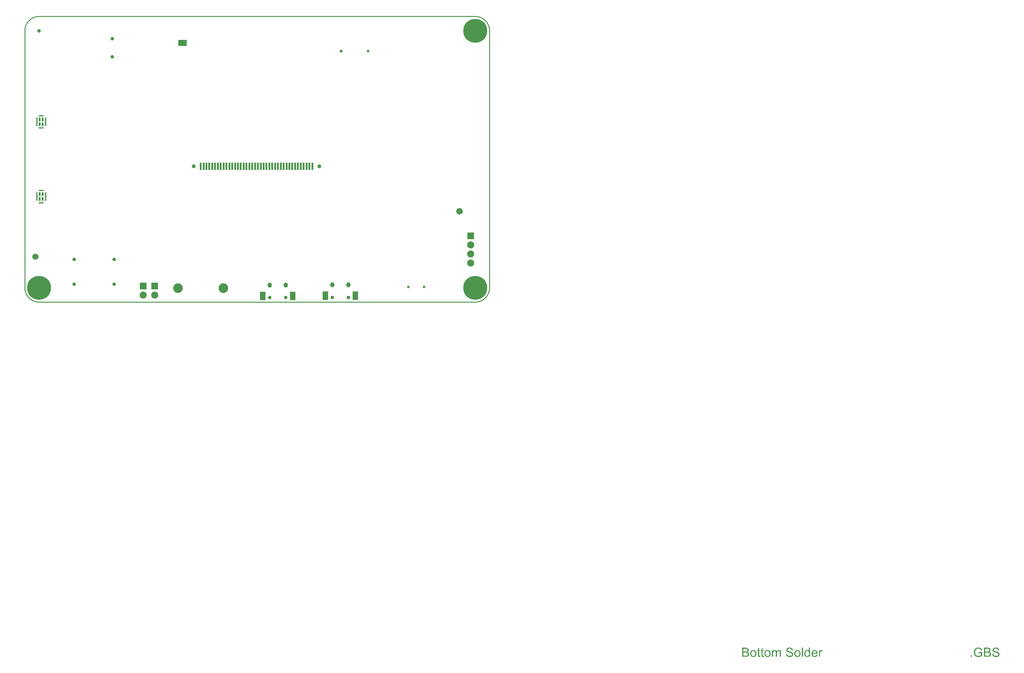
<source format=gbs>
G04*
G04 #@! TF.GenerationSoftware,Altium Limited,Altium Designer,19.0.13 (425)*
G04*
G04 Layer_Color=16711935*
%FSLAX43Y43*%
%MOMM*%
G71*
G01*
G75*
%ADD12C,0.250*%
%ADD96C,1.100*%
%ADD97C,0.703*%
%ADD98C,1.003*%
%ADD99O,1.203X1.403*%
%ADD100R,1.603X2.353*%
%ADD101C,1.830*%
%ADD102C,1.981*%
%ADD103R,1.981X1.981*%
%ADD104C,1.727*%
%ADD105C,2.703*%
%ADD106R,2.400X1.700*%
%ADD107C,0.800*%
%ADD108C,0.750*%
%ADD109C,6.703*%
%ADD210R,0.600X2.100*%
%ADD211R,0.450X2.400*%
%ADD212R,1.400X0.450*%
%ADD213R,0.500X1.050*%
G36*
X268677Y-109472D02*
X268703D01*
X268773Y-109479D01*
X268851Y-109490D01*
X268933Y-109509D01*
X269021Y-109531D01*
X269103Y-109560D01*
X269107D01*
X269114Y-109564D01*
X269125Y-109572D01*
X269140Y-109579D01*
X269177Y-109598D01*
X269225Y-109631D01*
X269281Y-109668D01*
X269336Y-109716D01*
X269388Y-109772D01*
X269436Y-109835D01*
Y-109838D01*
X269440Y-109842D01*
X269447Y-109853D01*
X269455Y-109864D01*
X269473Y-109901D01*
X269495Y-109949D01*
X269521Y-110009D01*
X269540Y-110079D01*
X269558Y-110153D01*
X269566Y-110234D01*
X269240Y-110260D01*
Y-110257D01*
Y-110249D01*
X269236Y-110238D01*
X269233Y-110220D01*
X269221Y-110179D01*
X269207Y-110123D01*
X269184Y-110064D01*
X269151Y-110005D01*
X269110Y-109949D01*
X269059Y-109897D01*
X269051Y-109894D01*
X269033Y-109879D01*
X268996Y-109857D01*
X268947Y-109835D01*
X268884Y-109812D01*
X268810Y-109790D01*
X268718Y-109775D01*
X268614Y-109772D01*
X268562D01*
X268540Y-109775D01*
X268510Y-109779D01*
X268444Y-109786D01*
X268370Y-109801D01*
X268296Y-109820D01*
X268225Y-109849D01*
X268196Y-109868D01*
X268166Y-109886D01*
X268159Y-109890D01*
X268144Y-109905D01*
X268122Y-109931D01*
X268099Y-109960D01*
X268073Y-110001D01*
X268051Y-110046D01*
X268036Y-110097D01*
X268029Y-110157D01*
Y-110164D01*
Y-110179D01*
X268033Y-110205D01*
X268040Y-110234D01*
X268051Y-110271D01*
X268070Y-110309D01*
X268092Y-110346D01*
X268125Y-110383D01*
X268129Y-110386D01*
X268147Y-110397D01*
X268162Y-110409D01*
X268177Y-110416D01*
X268199Y-110427D01*
X268225Y-110442D01*
X268259Y-110453D01*
X268296Y-110468D01*
X268336Y-110483D01*
X268384Y-110501D01*
X268436Y-110516D01*
X268496Y-110534D01*
X268562Y-110549D01*
X268636Y-110568D01*
X268640D01*
X268655Y-110571D01*
X268677Y-110575D01*
X268703Y-110583D01*
X268736Y-110590D01*
X268777Y-110601D01*
X268818Y-110612D01*
X268862Y-110623D01*
X268958Y-110649D01*
X269051Y-110675D01*
X269096Y-110690D01*
X269136Y-110705D01*
X269173Y-110716D01*
X269203Y-110731D01*
X269207D01*
X269214Y-110734D01*
X269225Y-110742D01*
X269240Y-110749D01*
X269281Y-110771D01*
X269329Y-110801D01*
X269384Y-110842D01*
X269440Y-110886D01*
X269492Y-110938D01*
X269536Y-110994D01*
X269540Y-111001D01*
X269555Y-111020D01*
X269570Y-111053D01*
X269592Y-111097D01*
X269610Y-111149D01*
X269629Y-111212D01*
X269640Y-111283D01*
X269644Y-111357D01*
Y-111360D01*
Y-111364D01*
Y-111375D01*
Y-111390D01*
X269636Y-111431D01*
X269629Y-111482D01*
X269614Y-111542D01*
X269595Y-111605D01*
X269566Y-111671D01*
X269525Y-111742D01*
Y-111745D01*
X269521Y-111749D01*
X269503Y-111771D01*
X269477Y-111805D01*
X269440Y-111842D01*
X269392Y-111886D01*
X269333Y-111934D01*
X269266Y-111979D01*
X269188Y-112019D01*
X269184D01*
X269177Y-112023D01*
X269166Y-112027D01*
X269151Y-112034D01*
X269129Y-112042D01*
X269103Y-112053D01*
X269044Y-112068D01*
X268973Y-112086D01*
X268888Y-112105D01*
X268796Y-112116D01*
X268696Y-112119D01*
X268636D01*
X268607Y-112116D01*
X268573D01*
X268536Y-112112D01*
X268492Y-112108D01*
X268399Y-112094D01*
X268303Y-112079D01*
X268207Y-112053D01*
X268114Y-112019D01*
X268110D01*
X268103Y-112016D01*
X268092Y-112008D01*
X268077Y-112001D01*
X268033Y-111979D01*
X267981Y-111945D01*
X267922Y-111901D01*
X267859Y-111849D01*
X267799Y-111786D01*
X267744Y-111716D01*
Y-111712D01*
X267736Y-111705D01*
X267733Y-111694D01*
X267722Y-111679D01*
X267714Y-111660D01*
X267703Y-111638D01*
X267677Y-111582D01*
X267651Y-111512D01*
X267629Y-111434D01*
X267614Y-111345D01*
X267607Y-111253D01*
X267925Y-111223D01*
Y-111227D01*
Y-111231D01*
X267929Y-111242D01*
Y-111257D01*
X267936Y-111290D01*
X267948Y-111338D01*
X267962Y-111386D01*
X267977Y-111442D01*
X268003Y-111494D01*
X268029Y-111542D01*
X268033Y-111545D01*
X268044Y-111560D01*
X268062Y-111586D01*
X268092Y-111612D01*
X268129Y-111645D01*
X268170Y-111679D01*
X268225Y-111712D01*
X268284Y-111742D01*
X268288D01*
X268292Y-111745D01*
X268303Y-111749D01*
X268314Y-111753D01*
X268351Y-111764D01*
X268399Y-111779D01*
X268459Y-111794D01*
X268525Y-111805D01*
X268599Y-111812D01*
X268681Y-111816D01*
X268714D01*
X268751Y-111812D01*
X268796Y-111808D01*
X268847Y-111801D01*
X268907Y-111794D01*
X268966Y-111779D01*
X269021Y-111760D01*
X269029Y-111757D01*
X269047Y-111749D01*
X269073Y-111734D01*
X269107Y-111719D01*
X269140Y-111694D01*
X269177Y-111668D01*
X269214Y-111638D01*
X269244Y-111601D01*
X269247Y-111597D01*
X269255Y-111582D01*
X269266Y-111564D01*
X269281Y-111534D01*
X269296Y-111505D01*
X269307Y-111468D01*
X269314Y-111427D01*
X269318Y-111382D01*
Y-111379D01*
Y-111360D01*
X269314Y-111338D01*
X269310Y-111308D01*
X269299Y-111279D01*
X269288Y-111242D01*
X269270Y-111205D01*
X269244Y-111171D01*
X269240Y-111168D01*
X269229Y-111157D01*
X269214Y-111142D01*
X269188Y-111120D01*
X269158Y-111097D01*
X269118Y-111071D01*
X269070Y-111046D01*
X269014Y-111023D01*
X269010Y-111020D01*
X268992Y-111016D01*
X268962Y-111005D01*
X268944Y-111001D01*
X268918Y-110994D01*
X268892Y-110983D01*
X268859Y-110975D01*
X268821Y-110964D01*
X268777Y-110953D01*
X268733Y-110942D01*
X268681Y-110927D01*
X268621Y-110912D01*
X268559Y-110897D01*
X268555D01*
X268544Y-110894D01*
X268525Y-110890D01*
X268503Y-110883D01*
X268473Y-110875D01*
X268440Y-110868D01*
X268366Y-110846D01*
X268284Y-110820D01*
X268199Y-110794D01*
X268125Y-110768D01*
X268092Y-110753D01*
X268062Y-110738D01*
X268059D01*
X268055Y-110734D01*
X268033Y-110720D01*
X267999Y-110701D01*
X267962Y-110671D01*
X267918Y-110638D01*
X267873Y-110597D01*
X267829Y-110549D01*
X267792Y-110497D01*
X267788Y-110490D01*
X267777Y-110471D01*
X267762Y-110442D01*
X267748Y-110405D01*
X267733Y-110357D01*
X267718Y-110301D01*
X267707Y-110242D01*
X267703Y-110179D01*
Y-110175D01*
Y-110172D01*
Y-110160D01*
Y-110146D01*
X267710Y-110109D01*
X267718Y-110060D01*
X267729Y-110005D01*
X267748Y-109942D01*
X267773Y-109879D01*
X267810Y-109816D01*
Y-109812D01*
X267814Y-109809D01*
X267833Y-109786D01*
X267859Y-109757D01*
X267892Y-109720D01*
X267936Y-109679D01*
X267992Y-109635D01*
X268059Y-109594D01*
X268133Y-109557D01*
X268136D01*
X268144Y-109553D01*
X268155Y-109549D01*
X268170Y-109542D01*
X268188Y-109535D01*
X268214Y-109527D01*
X268270Y-109512D01*
X268340Y-109498D01*
X268422Y-109483D01*
X268507Y-109472D01*
X268603Y-109468D01*
X268651D01*
X268677Y-109472D01*
D02*
G37*
G36*
X263811D02*
X263841D01*
X263911Y-109479D01*
X263989Y-109490D01*
X264070Y-109509D01*
X264159Y-109531D01*
X264244Y-109560D01*
X264248D01*
X264255Y-109564D01*
X264266Y-109568D01*
X264281Y-109575D01*
X264322Y-109598D01*
X264374Y-109623D01*
X264429Y-109660D01*
X264489Y-109705D01*
X264544Y-109753D01*
X264596Y-109812D01*
X264603Y-109820D01*
X264618Y-109842D01*
X264640Y-109875D01*
X264670Y-109923D01*
X264700Y-109983D01*
X264733Y-110057D01*
X264766Y-110138D01*
X264792Y-110231D01*
X264485Y-110312D01*
Y-110309D01*
X264481Y-110305D01*
X264477Y-110294D01*
X264474Y-110279D01*
X264463Y-110246D01*
X264448Y-110201D01*
X264426Y-110149D01*
X264400Y-110101D01*
X264374Y-110049D01*
X264340Y-110005D01*
X264337Y-110001D01*
X264326Y-109986D01*
X264303Y-109968D01*
X264277Y-109942D01*
X264244Y-109912D01*
X264200Y-109883D01*
X264152Y-109853D01*
X264096Y-109827D01*
X264089Y-109823D01*
X264070Y-109816D01*
X264037Y-109805D01*
X263992Y-109790D01*
X263941Y-109779D01*
X263881Y-109768D01*
X263815Y-109760D01*
X263744Y-109757D01*
X263703D01*
X263685Y-109760D01*
X263663D01*
X263607Y-109764D01*
X263544Y-109775D01*
X263474Y-109786D01*
X263407Y-109805D01*
X263341Y-109831D01*
X263333Y-109835D01*
X263311Y-109842D01*
X263281Y-109860D01*
X263244Y-109879D01*
X263200Y-109909D01*
X263152Y-109938D01*
X263107Y-109975D01*
X263067Y-110016D01*
X263063Y-110020D01*
X263048Y-110034D01*
X263029Y-110060D01*
X263007Y-110090D01*
X262981Y-110127D01*
X262955Y-110172D01*
X262930Y-110220D01*
X262904Y-110271D01*
Y-110275D01*
X262900Y-110283D01*
X262896Y-110294D01*
X262889Y-110312D01*
X262881Y-110334D01*
X262874Y-110360D01*
X262863Y-110390D01*
X262855Y-110423D01*
X262837Y-110501D01*
X262822Y-110590D01*
X262811Y-110683D01*
X262807Y-110786D01*
Y-110790D01*
Y-110801D01*
Y-110820D01*
X262811Y-110842D01*
Y-110871D01*
X262815Y-110908D01*
X262818Y-110946D01*
X262822Y-110986D01*
X262837Y-111079D01*
X262855Y-111175D01*
X262885Y-111271D01*
X262922Y-111364D01*
Y-111368D01*
X262930Y-111375D01*
X262933Y-111386D01*
X262944Y-111401D01*
X262970Y-111442D01*
X263011Y-111494D01*
X263059Y-111549D01*
X263118Y-111605D01*
X263189Y-111657D01*
X263267Y-111705D01*
X263270D01*
X263278Y-111708D01*
X263289Y-111716D01*
X263307Y-111723D01*
X263326Y-111731D01*
X263352Y-111738D01*
X263411Y-111760D01*
X263485Y-111779D01*
X263566Y-111797D01*
X263655Y-111812D01*
X263748Y-111816D01*
X263785D01*
X263807Y-111812D01*
X263829D01*
X263885Y-111805D01*
X263952Y-111797D01*
X264022Y-111782D01*
X264100Y-111760D01*
X264178Y-111734D01*
X264181D01*
X264189Y-111731D01*
X264196Y-111727D01*
X264211Y-111719D01*
X264252Y-111701D01*
X264296Y-111679D01*
X264348Y-111653D01*
X264403Y-111623D01*
X264455Y-111590D01*
X264500Y-111553D01*
Y-111071D01*
X263744D01*
Y-110768D01*
X264833D01*
Y-111719D01*
X264829Y-111723D01*
X264822Y-111727D01*
X264807Y-111738D01*
X264789Y-111753D01*
X264766Y-111768D01*
X264740Y-111786D01*
X264707Y-111808D01*
X264674Y-111831D01*
X264596Y-111879D01*
X264507Y-111931D01*
X264415Y-111979D01*
X264315Y-112019D01*
X264311D01*
X264303Y-112023D01*
X264289Y-112027D01*
X264270Y-112034D01*
X264244Y-112042D01*
X264215Y-112053D01*
X264181Y-112060D01*
X264148Y-112068D01*
X264066Y-112086D01*
X263974Y-112105D01*
X263874Y-112116D01*
X263770Y-112119D01*
X263733D01*
X263707Y-112116D01*
X263674D01*
X263633Y-112112D01*
X263589Y-112105D01*
X263541Y-112101D01*
X263433Y-112079D01*
X263318Y-112053D01*
X263200Y-112012D01*
X263141Y-111990D01*
X263081Y-111960D01*
X263078Y-111957D01*
X263067Y-111953D01*
X263052Y-111942D01*
X263029Y-111931D01*
X263004Y-111912D01*
X262978Y-111894D01*
X262907Y-111842D01*
X262833Y-111775D01*
X262755Y-111694D01*
X262681Y-111601D01*
X262615Y-111494D01*
Y-111490D01*
X262607Y-111479D01*
X262600Y-111464D01*
X262589Y-111438D01*
X262578Y-111412D01*
X262567Y-111375D01*
X262552Y-111338D01*
X262537Y-111294D01*
X262522Y-111245D01*
X262507Y-111190D01*
X262496Y-111134D01*
X262485Y-111075D01*
X262467Y-110946D01*
X262459Y-110808D01*
Y-110805D01*
Y-110790D01*
Y-110771D01*
X262463Y-110746D01*
Y-110712D01*
X262467Y-110671D01*
X262474Y-110631D01*
X262478Y-110583D01*
X262489Y-110531D01*
X262496Y-110475D01*
X262526Y-110357D01*
X262563Y-110234D01*
X262615Y-110112D01*
X262618Y-110109D01*
X262622Y-110097D01*
X262630Y-110083D01*
X262644Y-110060D01*
X262659Y-110031D01*
X262678Y-110001D01*
X262730Y-109931D01*
X262792Y-109849D01*
X262870Y-109772D01*
X262959Y-109694D01*
X263011Y-109660D01*
X263063Y-109627D01*
X263067Y-109623D01*
X263078Y-109620D01*
X263092Y-109612D01*
X263115Y-109601D01*
X263144Y-109590D01*
X263178Y-109575D01*
X263215Y-109560D01*
X263259Y-109546D01*
X263307Y-109531D01*
X263359Y-109520D01*
X263415Y-109505D01*
X263474Y-109494D01*
X263603Y-109475D01*
X263670Y-109468D01*
X263789D01*
X263811Y-109472D01*
D02*
G37*
G36*
X266351Y-109516D02*
X266381D01*
X266448Y-109523D01*
X266522Y-109531D01*
X266599Y-109546D01*
X266677Y-109564D01*
X266748Y-109590D01*
X266751D01*
X266755Y-109594D01*
X266777Y-109605D01*
X266811Y-109623D01*
X266848Y-109649D01*
X266892Y-109683D01*
X266940Y-109723D01*
X266985Y-109775D01*
X267025Y-109831D01*
X267029Y-109838D01*
X267040Y-109860D01*
X267059Y-109890D01*
X267077Y-109935D01*
X267096Y-109986D01*
X267114Y-110042D01*
X267125Y-110105D01*
X267129Y-110168D01*
Y-110175D01*
Y-110194D01*
X267125Y-110227D01*
X267118Y-110268D01*
X267107Y-110316D01*
X267088Y-110368D01*
X267066Y-110420D01*
X267036Y-110475D01*
X267033Y-110483D01*
X267022Y-110497D01*
X266999Y-110527D01*
X266970Y-110557D01*
X266933Y-110594D01*
X266888Y-110634D01*
X266833Y-110671D01*
X266770Y-110708D01*
X266774D01*
X266781Y-110712D01*
X266792Y-110716D01*
X266807Y-110723D01*
X266851Y-110738D01*
X266903Y-110764D01*
X266959Y-110797D01*
X267022Y-110838D01*
X267077Y-110886D01*
X267129Y-110946D01*
X267133Y-110953D01*
X267148Y-110975D01*
X267170Y-111008D01*
X267192Y-111053D01*
X267214Y-111112D01*
X267236Y-111175D01*
X267251Y-111249D01*
X267255Y-111331D01*
Y-111334D01*
Y-111338D01*
Y-111360D01*
X267251Y-111397D01*
X267244Y-111442D01*
X267236Y-111494D01*
X267222Y-111549D01*
X267203Y-111608D01*
X267177Y-111668D01*
X267173Y-111675D01*
X267162Y-111694D01*
X267148Y-111719D01*
X267125Y-111757D01*
X267096Y-111794D01*
X267066Y-111834D01*
X267029Y-111875D01*
X266988Y-111908D01*
X266985Y-111912D01*
X266970Y-111923D01*
X266944Y-111938D01*
X266911Y-111953D01*
X266870Y-111975D01*
X266822Y-111997D01*
X266770Y-112016D01*
X266707Y-112034D01*
X266699D01*
X266677Y-112042D01*
X266640Y-112045D01*
X266592Y-112053D01*
X266533Y-112060D01*
X266462Y-112068D01*
X266385Y-112071D01*
X266296Y-112075D01*
X265318D01*
Y-109512D01*
X266325D01*
X266351Y-109516D01*
D02*
G37*
G36*
X261959Y-112075D02*
X261600D01*
Y-111716D01*
X261959D01*
Y-112075D01*
D02*
G37*
G36*
X210967Y-109472D02*
X210993D01*
X211064Y-109479D01*
X211141Y-109490D01*
X211223Y-109509D01*
X211312Y-109531D01*
X211393Y-109560D01*
X211397D01*
X211404Y-109564D01*
X211415Y-109572D01*
X211430Y-109579D01*
X211467Y-109598D01*
X211515Y-109631D01*
X211571Y-109668D01*
X211626Y-109716D01*
X211678Y-109772D01*
X211726Y-109835D01*
Y-109838D01*
X211730Y-109842D01*
X211738Y-109853D01*
X211745Y-109864D01*
X211763Y-109901D01*
X211786Y-109949D01*
X211812Y-110009D01*
X211830Y-110079D01*
X211849Y-110153D01*
X211856Y-110234D01*
X211530Y-110260D01*
Y-110257D01*
Y-110249D01*
X211526Y-110238D01*
X211523Y-110220D01*
X211512Y-110179D01*
X211497Y-110123D01*
X211475Y-110064D01*
X211441Y-110005D01*
X211401Y-109949D01*
X211349Y-109897D01*
X211341Y-109894D01*
X211323Y-109879D01*
X211286Y-109857D01*
X211238Y-109835D01*
X211175Y-109812D01*
X211101Y-109790D01*
X211008Y-109775D01*
X210904Y-109772D01*
X210852D01*
X210830Y-109775D01*
X210801Y-109779D01*
X210734Y-109786D01*
X210660Y-109801D01*
X210586Y-109820D01*
X210515Y-109849D01*
X210486Y-109868D01*
X210456Y-109886D01*
X210449Y-109890D01*
X210434Y-109905D01*
X210412Y-109931D01*
X210390Y-109960D01*
X210364Y-110001D01*
X210341Y-110046D01*
X210327Y-110097D01*
X210319Y-110157D01*
Y-110164D01*
Y-110179D01*
X210323Y-110205D01*
X210330Y-110234D01*
X210341Y-110271D01*
X210360Y-110309D01*
X210382Y-110346D01*
X210415Y-110383D01*
X210419Y-110386D01*
X210438Y-110397D01*
X210452Y-110409D01*
X210467Y-110416D01*
X210490Y-110427D01*
X210515Y-110442D01*
X210549Y-110453D01*
X210586Y-110468D01*
X210627Y-110483D01*
X210675Y-110501D01*
X210727Y-110516D01*
X210786Y-110534D01*
X210852Y-110549D01*
X210927Y-110568D01*
X210930D01*
X210945Y-110571D01*
X210967Y-110575D01*
X210993Y-110583D01*
X211027Y-110590D01*
X211067Y-110601D01*
X211108Y-110612D01*
X211152Y-110623D01*
X211249Y-110649D01*
X211341Y-110675D01*
X211386Y-110690D01*
X211426Y-110705D01*
X211464Y-110716D01*
X211493Y-110731D01*
X211497D01*
X211504Y-110734D01*
X211515Y-110742D01*
X211530Y-110749D01*
X211571Y-110771D01*
X211619Y-110801D01*
X211675Y-110842D01*
X211730Y-110886D01*
X211782Y-110938D01*
X211826Y-110994D01*
X211830Y-111001D01*
X211845Y-111020D01*
X211860Y-111053D01*
X211882Y-111097D01*
X211900Y-111149D01*
X211919Y-111212D01*
X211930Y-111283D01*
X211934Y-111357D01*
Y-111360D01*
Y-111364D01*
Y-111375D01*
Y-111390D01*
X211926Y-111431D01*
X211919Y-111482D01*
X211904Y-111542D01*
X211886Y-111605D01*
X211856Y-111671D01*
X211815Y-111742D01*
Y-111745D01*
X211812Y-111749D01*
X211793Y-111771D01*
X211767Y-111805D01*
X211730Y-111842D01*
X211682Y-111886D01*
X211623Y-111934D01*
X211556Y-111979D01*
X211478Y-112019D01*
X211475D01*
X211467Y-112023D01*
X211456Y-112027D01*
X211441Y-112034D01*
X211419Y-112042D01*
X211393Y-112053D01*
X211334Y-112068D01*
X211264Y-112086D01*
X211178Y-112105D01*
X211086Y-112116D01*
X210986Y-112119D01*
X210927D01*
X210897Y-112116D01*
X210864D01*
X210827Y-112112D01*
X210782Y-112108D01*
X210690Y-112094D01*
X210593Y-112079D01*
X210497Y-112053D01*
X210404Y-112019D01*
X210401D01*
X210393Y-112016D01*
X210382Y-112008D01*
X210367Y-112001D01*
X210323Y-111979D01*
X210271Y-111945D01*
X210212Y-111901D01*
X210149Y-111849D01*
X210090Y-111786D01*
X210034Y-111716D01*
Y-111712D01*
X210027Y-111705D01*
X210023Y-111694D01*
X210012Y-111679D01*
X210004Y-111660D01*
X209993Y-111638D01*
X209967Y-111582D01*
X209941Y-111512D01*
X209919Y-111434D01*
X209904Y-111345D01*
X209897Y-111253D01*
X210215Y-111223D01*
Y-111227D01*
Y-111231D01*
X210219Y-111242D01*
Y-111257D01*
X210227Y-111290D01*
X210238Y-111338D01*
X210253Y-111386D01*
X210267Y-111442D01*
X210293Y-111494D01*
X210319Y-111542D01*
X210323Y-111545D01*
X210334Y-111560D01*
X210353Y-111586D01*
X210382Y-111612D01*
X210419Y-111645D01*
X210460Y-111679D01*
X210515Y-111712D01*
X210575Y-111742D01*
X210578D01*
X210582Y-111745D01*
X210593Y-111749D01*
X210604Y-111753D01*
X210641Y-111764D01*
X210690Y-111779D01*
X210749Y-111794D01*
X210815Y-111805D01*
X210889Y-111812D01*
X210971Y-111816D01*
X211004D01*
X211041Y-111812D01*
X211086Y-111808D01*
X211138Y-111801D01*
X211197Y-111794D01*
X211256Y-111779D01*
X211312Y-111760D01*
X211319Y-111757D01*
X211338Y-111749D01*
X211364Y-111734D01*
X211397Y-111719D01*
X211430Y-111694D01*
X211467Y-111668D01*
X211504Y-111638D01*
X211534Y-111601D01*
X211538Y-111597D01*
X211545Y-111582D01*
X211556Y-111564D01*
X211571Y-111534D01*
X211586Y-111505D01*
X211597Y-111468D01*
X211604Y-111427D01*
X211608Y-111382D01*
Y-111379D01*
Y-111360D01*
X211604Y-111338D01*
X211601Y-111308D01*
X211589Y-111279D01*
X211578Y-111242D01*
X211560Y-111205D01*
X211534Y-111171D01*
X211530Y-111168D01*
X211519Y-111157D01*
X211504Y-111142D01*
X211478Y-111120D01*
X211449Y-111097D01*
X211408Y-111071D01*
X211360Y-111046D01*
X211304Y-111023D01*
X211301Y-111020D01*
X211282Y-111016D01*
X211252Y-111005D01*
X211234Y-111001D01*
X211208Y-110994D01*
X211182Y-110983D01*
X211149Y-110975D01*
X211112Y-110964D01*
X211067Y-110953D01*
X211023Y-110942D01*
X210971Y-110927D01*
X210912Y-110912D01*
X210849Y-110897D01*
X210845D01*
X210834Y-110894D01*
X210815Y-110890D01*
X210793Y-110883D01*
X210764Y-110875D01*
X210730Y-110868D01*
X210656Y-110846D01*
X210575Y-110820D01*
X210490Y-110794D01*
X210415Y-110768D01*
X210382Y-110753D01*
X210353Y-110738D01*
X210349D01*
X210345Y-110734D01*
X210323Y-110720D01*
X210290Y-110701D01*
X210253Y-110671D01*
X210208Y-110638D01*
X210164Y-110597D01*
X210119Y-110549D01*
X210082Y-110497D01*
X210078Y-110490D01*
X210067Y-110471D01*
X210053Y-110442D01*
X210038Y-110405D01*
X210023Y-110357D01*
X210008Y-110301D01*
X209997Y-110242D01*
X209993Y-110179D01*
Y-110175D01*
Y-110172D01*
Y-110160D01*
Y-110146D01*
X210001Y-110109D01*
X210008Y-110060D01*
X210019Y-110005D01*
X210038Y-109942D01*
X210064Y-109879D01*
X210101Y-109816D01*
Y-109812D01*
X210104Y-109809D01*
X210123Y-109786D01*
X210149Y-109757D01*
X210182Y-109720D01*
X210227Y-109679D01*
X210282Y-109635D01*
X210349Y-109594D01*
X210423Y-109557D01*
X210427D01*
X210434Y-109553D01*
X210445Y-109549D01*
X210460Y-109542D01*
X210478Y-109535D01*
X210504Y-109527D01*
X210560Y-109512D01*
X210630Y-109498D01*
X210712Y-109483D01*
X210797Y-109472D01*
X210893Y-109468D01*
X210941D01*
X210967Y-109472D01*
D02*
G37*
G36*
X216641Y-112075D02*
X216348D01*
Y-111842D01*
X216344Y-111845D01*
X216341Y-111853D01*
X216330Y-111868D01*
X216315Y-111886D01*
X216296Y-111905D01*
X216274Y-111927D01*
X216248Y-111953D01*
X216215Y-111979D01*
X216182Y-112005D01*
X216145Y-112031D01*
X216100Y-112053D01*
X216052Y-112071D01*
X216004Y-112090D01*
X215948Y-112105D01*
X215889Y-112112D01*
X215826Y-112116D01*
X215804D01*
X215789Y-112112D01*
X215745Y-112108D01*
X215693Y-112101D01*
X215630Y-112086D01*
X215559Y-112064D01*
X215489Y-112034D01*
X215419Y-111994D01*
X215415D01*
X215411Y-111986D01*
X215389Y-111971D01*
X215356Y-111942D01*
X215315Y-111905D01*
X215267Y-111857D01*
X215219Y-111797D01*
X215171Y-111731D01*
X215130Y-111653D01*
Y-111649D01*
X215126Y-111642D01*
X215122Y-111631D01*
X215115Y-111616D01*
X215108Y-111594D01*
X215096Y-111568D01*
X215089Y-111542D01*
X215082Y-111508D01*
X215063Y-111434D01*
X215045Y-111349D01*
X215033Y-111253D01*
X215030Y-111149D01*
Y-111145D01*
Y-111138D01*
Y-111123D01*
Y-111101D01*
X215033Y-111079D01*
Y-111049D01*
X215041Y-110983D01*
X215052Y-110905D01*
X215071Y-110820D01*
X215093Y-110731D01*
X215122Y-110646D01*
Y-110642D01*
X215126Y-110634D01*
X215133Y-110623D01*
X215141Y-110608D01*
X215163Y-110568D01*
X215193Y-110516D01*
X215230Y-110460D01*
X215278Y-110405D01*
X215333Y-110346D01*
X215400Y-110297D01*
X215404D01*
X215408Y-110294D01*
X215419Y-110286D01*
X215433Y-110279D01*
X215470Y-110260D01*
X215522Y-110234D01*
X215582Y-110212D01*
X215652Y-110194D01*
X215730Y-110179D01*
X215811Y-110175D01*
X215841D01*
X215870Y-110179D01*
X215911Y-110183D01*
X215959Y-110194D01*
X216011Y-110205D01*
X216063Y-110223D01*
X216111Y-110249D01*
X216119Y-110253D01*
X216133Y-110260D01*
X216156Y-110279D01*
X216185Y-110297D01*
X216222Y-110323D01*
X216256Y-110357D01*
X216293Y-110390D01*
X216326Y-110431D01*
Y-109512D01*
X216641D01*
Y-112075D01*
D02*
G37*
G36*
X219874Y-110179D02*
X219914Y-110186D01*
X219963Y-110201D01*
X220014Y-110220D01*
X220074Y-110246D01*
X220137Y-110279D01*
X220022Y-110568D01*
X220018Y-110564D01*
X220003Y-110557D01*
X219981Y-110546D01*
X219952Y-110534D01*
X219918Y-110523D01*
X219877Y-110512D01*
X219837Y-110505D01*
X219796Y-110501D01*
X219777D01*
X219759Y-110505D01*
X219733Y-110509D01*
X219707Y-110516D01*
X219674Y-110527D01*
X219640Y-110542D01*
X219611Y-110564D01*
X219607Y-110568D01*
X219596Y-110575D01*
X219585Y-110590D01*
X219566Y-110608D01*
X219548Y-110634D01*
X219529Y-110664D01*
X219511Y-110697D01*
X219496Y-110738D01*
X219492Y-110746D01*
X219489Y-110768D01*
X219481Y-110801D01*
X219470Y-110846D01*
X219459Y-110901D01*
X219452Y-110964D01*
X219448Y-111031D01*
X219444Y-111105D01*
Y-112075D01*
X219129D01*
Y-110216D01*
X219415D01*
Y-110497D01*
X219418Y-110494D01*
X219433Y-110468D01*
X219452Y-110434D01*
X219481Y-110394D01*
X219511Y-110353D01*
X219544Y-110309D01*
X219577Y-110271D01*
X219611Y-110242D01*
X219615Y-110238D01*
X219626Y-110231D01*
X219648Y-110220D01*
X219670Y-110209D01*
X219700Y-110197D01*
X219737Y-110186D01*
X219774Y-110179D01*
X219814Y-110175D01*
X219840D01*
X219874Y-110179D01*
D02*
G37*
G36*
X207979D02*
X208005D01*
X208031Y-110183D01*
X208093Y-110194D01*
X208160Y-110212D01*
X208230Y-110242D01*
X208301Y-110279D01*
X208360Y-110331D01*
X208368Y-110338D01*
X208382Y-110360D01*
X208408Y-110394D01*
X208419Y-110420D01*
X208434Y-110446D01*
X208449Y-110479D01*
X208460Y-110512D01*
X208475Y-110549D01*
X208486Y-110594D01*
X208493Y-110638D01*
X208501Y-110690D01*
X208508Y-110742D01*
Y-110801D01*
Y-112075D01*
X208193D01*
Y-110908D01*
Y-110905D01*
Y-110901D01*
Y-110879D01*
Y-110846D01*
X208190Y-110805D01*
X208186Y-110760D01*
X208182Y-110716D01*
X208175Y-110671D01*
X208164Y-110638D01*
Y-110634D01*
X208156Y-110623D01*
X208149Y-110608D01*
X208138Y-110590D01*
X208123Y-110568D01*
X208105Y-110546D01*
X208082Y-110523D01*
X208053Y-110501D01*
X208049Y-110497D01*
X208038Y-110494D01*
X208023Y-110486D01*
X207997Y-110475D01*
X207971Y-110464D01*
X207938Y-110457D01*
X207905Y-110453D01*
X207864Y-110449D01*
X207845D01*
X207831Y-110453D01*
X207794Y-110457D01*
X207749Y-110464D01*
X207697Y-110483D01*
X207642Y-110505D01*
X207586Y-110538D01*
X207534Y-110583D01*
X207531Y-110590D01*
X207516Y-110608D01*
X207494Y-110638D01*
X207471Y-110683D01*
X207445Y-110742D01*
X207427Y-110812D01*
X207412Y-110897D01*
X207405Y-110997D01*
Y-112075D01*
X207090D01*
Y-110871D01*
Y-110868D01*
Y-110860D01*
Y-110853D01*
Y-110838D01*
X207086Y-110797D01*
X207079Y-110753D01*
X207071Y-110701D01*
X207057Y-110649D01*
X207038Y-110601D01*
X207012Y-110557D01*
X207008Y-110553D01*
X206997Y-110538D01*
X206979Y-110523D01*
X206953Y-110501D01*
X206920Y-110483D01*
X206875Y-110464D01*
X206823Y-110453D01*
X206760Y-110449D01*
X206738D01*
X206712Y-110453D01*
X206683Y-110457D01*
X206645Y-110468D01*
X206601Y-110479D01*
X206560Y-110497D01*
X206516Y-110520D01*
X206512Y-110523D01*
X206497Y-110534D01*
X206479Y-110549D01*
X206453Y-110571D01*
X206427Y-110601D01*
X206401Y-110638D01*
X206375Y-110679D01*
X206353Y-110727D01*
X206349Y-110734D01*
X206346Y-110753D01*
X206338Y-110783D01*
X206327Y-110823D01*
X206316Y-110879D01*
X206308Y-110946D01*
X206305Y-111023D01*
X206301Y-111112D01*
Y-112075D01*
X205986D01*
Y-110216D01*
X206268D01*
Y-110483D01*
X206271Y-110475D01*
X206283Y-110460D01*
X206305Y-110434D01*
X206331Y-110405D01*
X206364Y-110368D01*
X206405Y-110331D01*
X206449Y-110294D01*
X206501Y-110260D01*
X206508Y-110257D01*
X206527Y-110246D01*
X206557Y-110234D01*
X206597Y-110216D01*
X206645Y-110201D01*
X206701Y-110190D01*
X206764Y-110179D01*
X206831Y-110175D01*
X206864D01*
X206905Y-110179D01*
X206949Y-110186D01*
X207005Y-110197D01*
X207060Y-110212D01*
X207116Y-110234D01*
X207168Y-110264D01*
X207175Y-110268D01*
X207190Y-110279D01*
X207212Y-110297D01*
X207242Y-110327D01*
X207271Y-110360D01*
X207305Y-110401D01*
X207334Y-110449D01*
X207357Y-110505D01*
X207360Y-110501D01*
X207368Y-110490D01*
X207379Y-110475D01*
X207397Y-110453D01*
X207419Y-110427D01*
X207445Y-110401D01*
X207475Y-110371D01*
X207512Y-110338D01*
X207553Y-110309D01*
X207594Y-110279D01*
X207642Y-110253D01*
X207694Y-110227D01*
X207749Y-110205D01*
X207808Y-110190D01*
X207868Y-110179D01*
X207934Y-110175D01*
X207960D01*
X207979Y-110179D01*
D02*
G37*
G36*
X214659Y-112075D02*
X214345D01*
Y-109512D01*
X214659D01*
Y-112075D01*
D02*
G37*
G36*
X198683Y-109516D02*
X198713D01*
X198780Y-109523D01*
X198854Y-109531D01*
X198931Y-109546D01*
X199009Y-109564D01*
X199080Y-109590D01*
X199083D01*
X199087Y-109594D01*
X199109Y-109605D01*
X199143Y-109623D01*
X199180Y-109649D01*
X199224Y-109683D01*
X199272Y-109723D01*
X199317Y-109775D01*
X199357Y-109831D01*
X199361Y-109838D01*
X199372Y-109860D01*
X199391Y-109890D01*
X199409Y-109935D01*
X199428Y-109986D01*
X199446Y-110042D01*
X199457Y-110105D01*
X199461Y-110168D01*
Y-110175D01*
Y-110194D01*
X199457Y-110227D01*
X199450Y-110268D01*
X199439Y-110316D01*
X199420Y-110368D01*
X199398Y-110420D01*
X199368Y-110475D01*
X199365Y-110483D01*
X199354Y-110497D01*
X199331Y-110527D01*
X199302Y-110557D01*
X199265Y-110594D01*
X199220Y-110634D01*
X199165Y-110671D01*
X199102Y-110708D01*
X199106D01*
X199113Y-110712D01*
X199124Y-110716D01*
X199139Y-110723D01*
X199183Y-110738D01*
X199235Y-110764D01*
X199291Y-110797D01*
X199354Y-110838D01*
X199409Y-110886D01*
X199461Y-110946D01*
X199465Y-110953D01*
X199480Y-110975D01*
X199502Y-111008D01*
X199524Y-111053D01*
X199546Y-111112D01*
X199568Y-111175D01*
X199583Y-111249D01*
X199587Y-111331D01*
Y-111334D01*
Y-111338D01*
Y-111360D01*
X199583Y-111397D01*
X199576Y-111442D01*
X199568Y-111494D01*
X199554Y-111549D01*
X199535Y-111608D01*
X199509Y-111668D01*
X199505Y-111675D01*
X199494Y-111694D01*
X199480Y-111719D01*
X199457Y-111757D01*
X199428Y-111794D01*
X199398Y-111834D01*
X199361Y-111875D01*
X199320Y-111908D01*
X199317Y-111912D01*
X199302Y-111923D01*
X199276Y-111938D01*
X199243Y-111953D01*
X199202Y-111975D01*
X199154Y-111997D01*
X199102Y-112016D01*
X199039Y-112034D01*
X199031D01*
X199009Y-112042D01*
X198972Y-112045D01*
X198924Y-112053D01*
X198865Y-112060D01*
X198794Y-112068D01*
X198717Y-112071D01*
X198628Y-112075D01*
X197650D01*
Y-109512D01*
X198657D01*
X198683Y-109516D01*
D02*
G37*
G36*
X203368Y-110216D02*
X203687D01*
Y-110460D01*
X203368D01*
Y-111553D01*
Y-111560D01*
Y-111575D01*
Y-111597D01*
X203372Y-111623D01*
X203375Y-111682D01*
X203379Y-111708D01*
X203383Y-111727D01*
X203387Y-111734D01*
X203398Y-111749D01*
X203412Y-111768D01*
X203438Y-111786D01*
X203446Y-111790D01*
X203464Y-111797D01*
X203498Y-111805D01*
X203546Y-111808D01*
X203583D01*
X203601Y-111805D01*
X203627D01*
X203657Y-111801D01*
X203687Y-111797D01*
X203727Y-112075D01*
X203720D01*
X203705Y-112079D01*
X203679Y-112082D01*
X203646Y-112086D01*
X203609Y-112094D01*
X203568Y-112097D01*
X203487Y-112101D01*
X203457D01*
X203427Y-112097D01*
X203390Y-112094D01*
X203346Y-112090D01*
X203301Y-112079D01*
X203261Y-112068D01*
X203220Y-112049D01*
X203216Y-112045D01*
X203205Y-112038D01*
X203190Y-112027D01*
X203168Y-112008D01*
X203150Y-111990D01*
X203127Y-111964D01*
X203105Y-111938D01*
X203090Y-111905D01*
Y-111901D01*
X203083Y-111886D01*
X203079Y-111860D01*
X203072Y-111823D01*
X203064Y-111775D01*
X203061Y-111745D01*
Y-111712D01*
X203057Y-111671D01*
X203053Y-111631D01*
Y-111586D01*
Y-111534D01*
Y-110460D01*
X202820D01*
Y-110216D01*
X203053D01*
Y-109757D01*
X203368Y-109568D01*
Y-110216D01*
D02*
G37*
G36*
X202372D02*
X202690D01*
Y-110460D01*
X202372D01*
Y-111553D01*
Y-111560D01*
Y-111575D01*
Y-111597D01*
X202376Y-111623D01*
X202379Y-111682D01*
X202383Y-111708D01*
X202387Y-111727D01*
X202390Y-111734D01*
X202401Y-111749D01*
X202416Y-111768D01*
X202442Y-111786D01*
X202450Y-111790D01*
X202468Y-111797D01*
X202501Y-111805D01*
X202550Y-111808D01*
X202587D01*
X202605Y-111805D01*
X202631D01*
X202661Y-111801D01*
X202690Y-111797D01*
X202731Y-112075D01*
X202724D01*
X202709Y-112079D01*
X202683Y-112082D01*
X202650Y-112086D01*
X202613Y-112094D01*
X202572Y-112097D01*
X202490Y-112101D01*
X202461D01*
X202431Y-112097D01*
X202394Y-112094D01*
X202350Y-112090D01*
X202305Y-112079D01*
X202264Y-112068D01*
X202224Y-112049D01*
X202220Y-112045D01*
X202209Y-112038D01*
X202194Y-112027D01*
X202172Y-112008D01*
X202153Y-111990D01*
X202131Y-111964D01*
X202109Y-111938D01*
X202094Y-111905D01*
Y-111901D01*
X202087Y-111886D01*
X202083Y-111860D01*
X202076Y-111823D01*
X202068Y-111775D01*
X202064Y-111745D01*
Y-111712D01*
X202061Y-111671D01*
X202057Y-111631D01*
Y-111586D01*
Y-111534D01*
Y-110460D01*
X201824D01*
Y-110216D01*
X202057D01*
Y-109757D01*
X202372Y-109568D01*
Y-110216D01*
D02*
G37*
G36*
X217963Y-110179D02*
X217992Y-110183D01*
X218029Y-110190D01*
X218070Y-110197D01*
X218118Y-110209D01*
X218163Y-110220D01*
X218215Y-110238D01*
X218263Y-110257D01*
X218315Y-110283D01*
X218366Y-110312D01*
X218418Y-110346D01*
X218466Y-110386D01*
X218511Y-110431D01*
X218515Y-110434D01*
X218522Y-110442D01*
X218533Y-110457D01*
X218548Y-110479D01*
X218566Y-110505D01*
X218585Y-110534D01*
X218607Y-110571D01*
X218629Y-110616D01*
X218652Y-110664D01*
X218674Y-110716D01*
X218692Y-110775D01*
X218711Y-110838D01*
X218726Y-110908D01*
X218737Y-110983D01*
X218744Y-111060D01*
X218748Y-111145D01*
Y-111149D01*
Y-111164D01*
Y-111190D01*
X218744Y-111227D01*
X217355D01*
Y-111231D01*
Y-111242D01*
X217359Y-111257D01*
Y-111279D01*
X217363Y-111305D01*
X217370Y-111334D01*
X217381Y-111401D01*
X217404Y-111475D01*
X217433Y-111557D01*
X217474Y-111631D01*
X217526Y-111697D01*
X217530D01*
X217533Y-111705D01*
X217555Y-111723D01*
X217589Y-111749D01*
X217633Y-111775D01*
X217692Y-111805D01*
X217759Y-111831D01*
X217833Y-111849D01*
X217874Y-111853D01*
X217918Y-111857D01*
X217948D01*
X217981Y-111853D01*
X218022Y-111845D01*
X218067Y-111834D01*
X218118Y-111819D01*
X218167Y-111797D01*
X218215Y-111768D01*
X218218Y-111764D01*
X218237Y-111749D01*
X218259Y-111727D01*
X218285Y-111697D01*
X218315Y-111657D01*
X218348Y-111605D01*
X218381Y-111545D01*
X218411Y-111475D01*
X218737Y-111516D01*
Y-111520D01*
X218733Y-111527D01*
X218729Y-111542D01*
X218722Y-111564D01*
X218711Y-111586D01*
X218700Y-111616D01*
X218670Y-111679D01*
X218633Y-111749D01*
X218581Y-111823D01*
X218522Y-111894D01*
X218448Y-111960D01*
X218444D01*
X218437Y-111968D01*
X218426Y-111975D01*
X218411Y-111986D01*
X218389Y-111997D01*
X218366Y-112008D01*
X218337Y-112023D01*
X218304Y-112038D01*
X218266Y-112053D01*
X218229Y-112068D01*
X218137Y-112090D01*
X218033Y-112108D01*
X217918Y-112116D01*
X217878D01*
X217852Y-112112D01*
X217818Y-112108D01*
X217778Y-112101D01*
X217733Y-112094D01*
X217685Y-112086D01*
X217581Y-112057D01*
X217526Y-112034D01*
X217474Y-112012D01*
X217418Y-111982D01*
X217367Y-111949D01*
X217318Y-111912D01*
X217270Y-111868D01*
X217267Y-111864D01*
X217259Y-111857D01*
X217248Y-111842D01*
X217233Y-111819D01*
X217215Y-111794D01*
X217196Y-111764D01*
X217174Y-111727D01*
X217152Y-111686D01*
X217130Y-111638D01*
X217107Y-111586D01*
X217089Y-111527D01*
X217070Y-111464D01*
X217056Y-111397D01*
X217044Y-111323D01*
X217037Y-111245D01*
X217033Y-111164D01*
Y-111160D01*
Y-111142D01*
Y-111120D01*
X217037Y-111086D01*
X217041Y-111046D01*
X217044Y-111001D01*
X217052Y-110949D01*
X217063Y-110897D01*
X217093Y-110779D01*
X217111Y-110720D01*
X217133Y-110657D01*
X217163Y-110597D01*
X217196Y-110542D01*
X217233Y-110486D01*
X217274Y-110434D01*
X217278Y-110431D01*
X217285Y-110423D01*
X217300Y-110412D01*
X217318Y-110394D01*
X217341Y-110375D01*
X217370Y-110353D01*
X217404Y-110327D01*
X217444Y-110305D01*
X217485Y-110279D01*
X217533Y-110257D01*
X217585Y-110234D01*
X217641Y-110216D01*
X217700Y-110197D01*
X217763Y-110186D01*
X217830Y-110179D01*
X217900Y-110175D01*
X217937D01*
X217963Y-110179D01*
D02*
G37*
G36*
X213174D02*
X213208Y-110183D01*
X213245Y-110190D01*
X213286Y-110197D01*
X213334Y-110205D01*
X213434Y-110238D01*
X213486Y-110257D01*
X213537Y-110283D01*
X213589Y-110309D01*
X213641Y-110346D01*
X213689Y-110383D01*
X213737Y-110427D01*
X213741Y-110431D01*
X213748Y-110438D01*
X213760Y-110453D01*
X213774Y-110471D01*
X213793Y-110497D01*
X213815Y-110531D01*
X213837Y-110568D01*
X213860Y-110608D01*
X213882Y-110653D01*
X213904Y-110708D01*
X213926Y-110764D01*
X213945Y-110827D01*
X213960Y-110894D01*
X213971Y-110964D01*
X213978Y-111038D01*
X213982Y-111120D01*
Y-111123D01*
Y-111134D01*
Y-111153D01*
Y-111179D01*
X213978Y-111208D01*
X213974Y-111245D01*
Y-111283D01*
X213967Y-111323D01*
X213956Y-111416D01*
X213934Y-111508D01*
X213908Y-111601D01*
X213871Y-111686D01*
Y-111690D01*
X213867Y-111694D01*
X213860Y-111705D01*
X213852Y-111719D01*
X213826Y-111757D01*
X213793Y-111801D01*
X213748Y-111853D01*
X213693Y-111905D01*
X213630Y-111957D01*
X213556Y-112005D01*
X213552D01*
X213548Y-112008D01*
X213537Y-112016D01*
X213519Y-112023D01*
X213500Y-112031D01*
X213478Y-112038D01*
X213423Y-112060D01*
X213360Y-112079D01*
X213282Y-112097D01*
X213200Y-112112D01*
X213111Y-112116D01*
X213074D01*
X213045Y-112112D01*
X213011Y-112108D01*
X212974Y-112101D01*
X212930Y-112094D01*
X212886Y-112086D01*
X212786Y-112057D01*
X212730Y-112034D01*
X212678Y-112012D01*
X212626Y-111982D01*
X212574Y-111949D01*
X212526Y-111912D01*
X212478Y-111868D01*
X212475Y-111864D01*
X212467Y-111857D01*
X212456Y-111842D01*
X212441Y-111819D01*
X212423Y-111794D01*
X212404Y-111764D01*
X212382Y-111727D01*
X212360Y-111682D01*
X212337Y-111634D01*
X212315Y-111579D01*
X212297Y-111520D01*
X212278Y-111457D01*
X212263Y-111386D01*
X212252Y-111312D01*
X212245Y-111231D01*
X212241Y-111145D01*
Y-111138D01*
Y-111123D01*
X212245Y-111097D01*
Y-111060D01*
X212249Y-111020D01*
X212256Y-110968D01*
X212263Y-110916D01*
X212278Y-110857D01*
X212293Y-110797D01*
X212312Y-110734D01*
X212334Y-110668D01*
X212363Y-110605D01*
X212393Y-110546D01*
X212434Y-110486D01*
X212475Y-110431D01*
X212526Y-110383D01*
X212530Y-110379D01*
X212537Y-110375D01*
X212552Y-110364D01*
X212571Y-110349D01*
X212593Y-110334D01*
X212623Y-110316D01*
X212652Y-110297D01*
X212689Y-110279D01*
X212730Y-110260D01*
X212774Y-110242D01*
X212874Y-110209D01*
X212989Y-110183D01*
X213049Y-110179D01*
X213111Y-110175D01*
X213149D01*
X213174Y-110179D01*
D02*
G37*
G36*
X204812D02*
X204846Y-110183D01*
X204883Y-110190D01*
X204923Y-110197D01*
X204972Y-110205D01*
X205072Y-110238D01*
X205123Y-110257D01*
X205175Y-110283D01*
X205227Y-110309D01*
X205279Y-110346D01*
X205327Y-110383D01*
X205375Y-110427D01*
X205379Y-110431D01*
X205386Y-110438D01*
X205397Y-110453D01*
X205412Y-110471D01*
X205431Y-110497D01*
X205453Y-110531D01*
X205475Y-110568D01*
X205497Y-110608D01*
X205520Y-110653D01*
X205542Y-110708D01*
X205564Y-110764D01*
X205583Y-110827D01*
X205597Y-110894D01*
X205609Y-110964D01*
X205616Y-111038D01*
X205620Y-111120D01*
Y-111123D01*
Y-111134D01*
Y-111153D01*
Y-111179D01*
X205616Y-111208D01*
X205612Y-111245D01*
Y-111283D01*
X205605Y-111323D01*
X205594Y-111416D01*
X205572Y-111508D01*
X205546Y-111601D01*
X205509Y-111686D01*
Y-111690D01*
X205505Y-111694D01*
X205497Y-111705D01*
X205490Y-111719D01*
X205464Y-111757D01*
X205431Y-111801D01*
X205386Y-111853D01*
X205331Y-111905D01*
X205268Y-111957D01*
X205194Y-112005D01*
X205190D01*
X205186Y-112008D01*
X205175Y-112016D01*
X205157Y-112023D01*
X205138Y-112031D01*
X205116Y-112038D01*
X205060Y-112060D01*
X204997Y-112079D01*
X204920Y-112097D01*
X204838Y-112112D01*
X204749Y-112116D01*
X204712D01*
X204683Y-112112D01*
X204649Y-112108D01*
X204612Y-112101D01*
X204568Y-112094D01*
X204523Y-112086D01*
X204423Y-112057D01*
X204368Y-112034D01*
X204316Y-112012D01*
X204264Y-111982D01*
X204212Y-111949D01*
X204164Y-111912D01*
X204116Y-111868D01*
X204112Y-111864D01*
X204105Y-111857D01*
X204094Y-111842D01*
X204079Y-111819D01*
X204061Y-111794D01*
X204042Y-111764D01*
X204020Y-111727D01*
X203998Y-111682D01*
X203975Y-111634D01*
X203953Y-111579D01*
X203935Y-111520D01*
X203916Y-111457D01*
X203901Y-111386D01*
X203890Y-111312D01*
X203883Y-111231D01*
X203879Y-111145D01*
Y-111138D01*
Y-111123D01*
X203883Y-111097D01*
Y-111060D01*
X203887Y-111020D01*
X203894Y-110968D01*
X203901Y-110916D01*
X203916Y-110857D01*
X203931Y-110797D01*
X203949Y-110734D01*
X203972Y-110668D01*
X204001Y-110605D01*
X204031Y-110546D01*
X204072Y-110486D01*
X204112Y-110431D01*
X204164Y-110383D01*
X204168Y-110379D01*
X204175Y-110375D01*
X204190Y-110364D01*
X204209Y-110349D01*
X204231Y-110334D01*
X204261Y-110316D01*
X204290Y-110297D01*
X204327Y-110279D01*
X204368Y-110260D01*
X204412Y-110242D01*
X204512Y-110209D01*
X204627Y-110183D01*
X204686Y-110179D01*
X204749Y-110175D01*
X204786D01*
X204812Y-110179D01*
D02*
G37*
G36*
X200828D02*
X200861Y-110183D01*
X200898Y-110190D01*
X200939Y-110197D01*
X200987Y-110205D01*
X201087Y-110238D01*
X201139Y-110257D01*
X201190Y-110283D01*
X201242Y-110309D01*
X201294Y-110346D01*
X201342Y-110383D01*
X201390Y-110427D01*
X201394Y-110431D01*
X201402Y-110438D01*
X201413Y-110453D01*
X201428Y-110471D01*
X201446Y-110497D01*
X201468Y-110531D01*
X201490Y-110568D01*
X201513Y-110608D01*
X201535Y-110653D01*
X201557Y-110708D01*
X201579Y-110764D01*
X201598Y-110827D01*
X201613Y-110894D01*
X201624Y-110964D01*
X201631Y-111038D01*
X201635Y-111120D01*
Y-111123D01*
Y-111134D01*
Y-111153D01*
Y-111179D01*
X201631Y-111208D01*
X201627Y-111245D01*
Y-111283D01*
X201620Y-111323D01*
X201609Y-111416D01*
X201587Y-111508D01*
X201561Y-111601D01*
X201524Y-111686D01*
Y-111690D01*
X201520Y-111694D01*
X201513Y-111705D01*
X201505Y-111719D01*
X201479Y-111757D01*
X201446Y-111801D01*
X201402Y-111853D01*
X201346Y-111905D01*
X201283Y-111957D01*
X201209Y-112005D01*
X201205D01*
X201202Y-112008D01*
X201190Y-112016D01*
X201172Y-112023D01*
X201153Y-112031D01*
X201131Y-112038D01*
X201076Y-112060D01*
X201013Y-112079D01*
X200935Y-112097D01*
X200853Y-112112D01*
X200765Y-112116D01*
X200728D01*
X200698Y-112112D01*
X200665Y-112108D01*
X200628Y-112101D01*
X200583Y-112094D01*
X200539Y-112086D01*
X200439Y-112057D01*
X200383Y-112034D01*
X200331Y-112012D01*
X200279Y-111982D01*
X200228Y-111949D01*
X200179Y-111912D01*
X200131Y-111868D01*
X200128Y-111864D01*
X200120Y-111857D01*
X200109Y-111842D01*
X200094Y-111819D01*
X200076Y-111794D01*
X200057Y-111764D01*
X200035Y-111727D01*
X200013Y-111682D01*
X199991Y-111634D01*
X199968Y-111579D01*
X199950Y-111520D01*
X199931Y-111457D01*
X199917Y-111386D01*
X199905Y-111312D01*
X199898Y-111231D01*
X199894Y-111145D01*
Y-111138D01*
Y-111123D01*
X199898Y-111097D01*
Y-111060D01*
X199902Y-111020D01*
X199909Y-110968D01*
X199917Y-110916D01*
X199931Y-110857D01*
X199946Y-110797D01*
X199965Y-110734D01*
X199987Y-110668D01*
X200017Y-110605D01*
X200046Y-110546D01*
X200087Y-110486D01*
X200128Y-110431D01*
X200179Y-110383D01*
X200183Y-110379D01*
X200191Y-110375D01*
X200205Y-110364D01*
X200224Y-110349D01*
X200246Y-110334D01*
X200276Y-110316D01*
X200305Y-110297D01*
X200342Y-110279D01*
X200383Y-110260D01*
X200428Y-110242D01*
X200528Y-110209D01*
X200642Y-110183D01*
X200702Y-110179D01*
X200765Y-110175D01*
X200802D01*
X200828Y-110179D01*
D02*
G37*
%LPC*%
G36*
X266266Y-109816D02*
X265659D01*
Y-110586D01*
X266288D01*
X266337Y-110583D01*
X266388Y-110579D01*
X266440Y-110575D01*
X266492Y-110568D01*
X266533Y-110560D01*
X266540Y-110557D01*
X266555Y-110553D01*
X266577Y-110542D01*
X266607Y-110527D01*
X266637Y-110512D01*
X266670Y-110490D01*
X266703Y-110460D01*
X266729Y-110431D01*
X266733Y-110427D01*
X266740Y-110416D01*
X266751Y-110394D01*
X266762Y-110368D01*
X266774Y-110338D01*
X266785Y-110301D01*
X266792Y-110257D01*
X266796Y-110209D01*
Y-110201D01*
Y-110186D01*
X266792Y-110164D01*
X266788Y-110134D01*
X266781Y-110097D01*
X266770Y-110060D01*
X266755Y-110023D01*
X266733Y-109986D01*
X266729Y-109983D01*
X266722Y-109972D01*
X266707Y-109953D01*
X266688Y-109935D01*
X266662Y-109912D01*
X266633Y-109890D01*
X266596Y-109868D01*
X266555Y-109853D01*
X266551D01*
X266533Y-109846D01*
X266507Y-109842D01*
X266466Y-109835D01*
X266411Y-109827D01*
X266348Y-109823D01*
X266266Y-109816D01*
D02*
G37*
G36*
X266333Y-110890D02*
X265659D01*
Y-111771D01*
X266388D01*
X266466Y-111768D01*
X266500Y-111764D01*
X266529Y-111760D01*
X266533D01*
X266548Y-111757D01*
X266570Y-111753D01*
X266596Y-111745D01*
X266659Y-111723D01*
X266722Y-111694D01*
X266725Y-111690D01*
X266737Y-111682D01*
X266751Y-111671D01*
X266770Y-111657D01*
X266788Y-111634D01*
X266814Y-111612D01*
X266833Y-111582D01*
X266855Y-111549D01*
X266859Y-111545D01*
X266862Y-111534D01*
X266870Y-111512D01*
X266881Y-111486D01*
X266892Y-111457D01*
X266899Y-111420D01*
X266903Y-111375D01*
X266907Y-111331D01*
Y-111323D01*
Y-111308D01*
X266903Y-111279D01*
X266896Y-111245D01*
X266888Y-111208D01*
X266874Y-111168D01*
X266855Y-111127D01*
X266829Y-111086D01*
X266825Y-111083D01*
X266814Y-111068D01*
X266799Y-111049D01*
X266777Y-111027D01*
X266748Y-111001D01*
X266711Y-110975D01*
X266670Y-110953D01*
X266622Y-110934D01*
X266614Y-110931D01*
X266599Y-110927D01*
X266566Y-110920D01*
X266525Y-110912D01*
X266474Y-110905D01*
X266411Y-110897D01*
X266333Y-110890D01*
D02*
G37*
G36*
X215845Y-110434D02*
X215826D01*
X215811Y-110438D01*
X215770Y-110442D01*
X215722Y-110457D01*
X215667Y-110475D01*
X215608Y-110509D01*
X215548Y-110549D01*
X215519Y-110579D01*
X215493Y-110608D01*
Y-110612D01*
X215485Y-110616D01*
X215482Y-110627D01*
X215470Y-110642D01*
X215459Y-110660D01*
X215448Y-110683D01*
X215437Y-110708D01*
X215422Y-110738D01*
X215408Y-110775D01*
X215396Y-110816D01*
X215385Y-110860D01*
X215374Y-110908D01*
X215367Y-110960D01*
X215359Y-111020D01*
X215352Y-111083D01*
Y-111149D01*
Y-111153D01*
Y-111164D01*
Y-111183D01*
X215356Y-111208D01*
Y-111238D01*
X215359Y-111271D01*
X215370Y-111349D01*
X215389Y-111434D01*
X215415Y-111523D01*
X215452Y-111608D01*
X215474Y-111645D01*
X215500Y-111682D01*
X215504D01*
X215508Y-111690D01*
X215526Y-111708D01*
X215559Y-111738D01*
X215600Y-111768D01*
X215652Y-111801D01*
X215715Y-111831D01*
X215782Y-111849D01*
X215819Y-111853D01*
X215856Y-111857D01*
X215874D01*
X215889Y-111853D01*
X215930Y-111849D01*
X215978Y-111834D01*
X216033Y-111816D01*
X216093Y-111786D01*
X216152Y-111745D01*
X216182Y-111719D01*
X216207Y-111690D01*
Y-111686D01*
X216215Y-111682D01*
X216222Y-111671D01*
X216230Y-111657D01*
X216241Y-111638D01*
X216256Y-111620D01*
X216267Y-111590D01*
X216282Y-111560D01*
X216296Y-111527D01*
X216307Y-111490D01*
X216322Y-111445D01*
X216333Y-111401D01*
X216341Y-111349D01*
X216348Y-111297D01*
X216356Y-111238D01*
Y-111175D01*
Y-111171D01*
Y-111157D01*
Y-111138D01*
X216352Y-111112D01*
Y-111083D01*
X216348Y-111046D01*
X216344Y-111005D01*
X216337Y-110960D01*
X216319Y-110871D01*
X216293Y-110779D01*
X216256Y-110690D01*
X216233Y-110653D01*
X216207Y-110616D01*
Y-110612D01*
X216200Y-110608D01*
X216182Y-110586D01*
X216148Y-110557D01*
X216107Y-110523D01*
X216056Y-110490D01*
X215993Y-110464D01*
X215922Y-110442D01*
X215885Y-110438D01*
X215845Y-110434D01*
D02*
G37*
G36*
X198598Y-109816D02*
X197991D01*
Y-110586D01*
X198620D01*
X198669Y-110583D01*
X198720Y-110579D01*
X198772Y-110575D01*
X198824Y-110568D01*
X198865Y-110560D01*
X198872Y-110557D01*
X198887Y-110553D01*
X198909Y-110542D01*
X198939Y-110527D01*
X198969Y-110512D01*
X199002Y-110490D01*
X199035Y-110460D01*
X199061Y-110431D01*
X199065Y-110427D01*
X199072Y-110416D01*
X199083Y-110394D01*
X199094Y-110368D01*
X199106Y-110338D01*
X199117Y-110301D01*
X199124Y-110257D01*
X199128Y-110209D01*
Y-110201D01*
Y-110186D01*
X199124Y-110164D01*
X199120Y-110134D01*
X199113Y-110097D01*
X199102Y-110060D01*
X199087Y-110023D01*
X199065Y-109986D01*
X199061Y-109983D01*
X199054Y-109972D01*
X199039Y-109953D01*
X199020Y-109935D01*
X198994Y-109912D01*
X198965Y-109890D01*
X198928Y-109868D01*
X198887Y-109853D01*
X198883D01*
X198865Y-109846D01*
X198839Y-109842D01*
X198798Y-109835D01*
X198743Y-109827D01*
X198680Y-109823D01*
X198598Y-109816D01*
D02*
G37*
G36*
X198665Y-110890D02*
X197991D01*
Y-111771D01*
X198720D01*
X198798Y-111768D01*
X198831Y-111764D01*
X198861Y-111760D01*
X198865D01*
X198880Y-111757D01*
X198902Y-111753D01*
X198928Y-111745D01*
X198991Y-111723D01*
X199054Y-111694D01*
X199057Y-111690D01*
X199068Y-111682D01*
X199083Y-111671D01*
X199102Y-111657D01*
X199120Y-111634D01*
X199146Y-111612D01*
X199165Y-111582D01*
X199187Y-111549D01*
X199191Y-111545D01*
X199194Y-111534D01*
X199202Y-111512D01*
X199213Y-111486D01*
X199224Y-111457D01*
X199231Y-111420D01*
X199235Y-111375D01*
X199239Y-111331D01*
Y-111323D01*
Y-111308D01*
X199235Y-111279D01*
X199228Y-111245D01*
X199220Y-111208D01*
X199206Y-111168D01*
X199187Y-111127D01*
X199161Y-111086D01*
X199157Y-111083D01*
X199146Y-111068D01*
X199131Y-111049D01*
X199109Y-111027D01*
X199080Y-111001D01*
X199043Y-110975D01*
X199002Y-110953D01*
X198954Y-110934D01*
X198946Y-110931D01*
X198931Y-110927D01*
X198898Y-110920D01*
X198857Y-110912D01*
X198806Y-110905D01*
X198743Y-110897D01*
X198665Y-110890D01*
D02*
G37*
G36*
X217904Y-110434D02*
X217881D01*
X217867Y-110438D01*
X217826Y-110442D01*
X217778Y-110453D01*
X217718Y-110471D01*
X217655Y-110497D01*
X217596Y-110534D01*
X217537Y-110583D01*
X217530Y-110590D01*
X217515Y-110608D01*
X217489Y-110642D01*
X217463Y-110686D01*
X217433Y-110738D01*
X217407Y-110805D01*
X217385Y-110883D01*
X217374Y-110968D01*
X218415D01*
Y-110964D01*
Y-110957D01*
X218411Y-110946D01*
Y-110931D01*
X218404Y-110886D01*
X218392Y-110838D01*
X218374Y-110779D01*
X218355Y-110723D01*
X218326Y-110668D01*
X218292Y-110620D01*
Y-110616D01*
X218285Y-110612D01*
X218266Y-110590D01*
X218233Y-110560D01*
X218189Y-110527D01*
X218133Y-110494D01*
X218067Y-110464D01*
X217989Y-110442D01*
X217948Y-110438D01*
X217904Y-110434D01*
D02*
G37*
G36*
X213111D02*
X213089D01*
X213071Y-110438D01*
X213030Y-110442D01*
X212974Y-110457D01*
X212911Y-110479D01*
X212845Y-110509D01*
X212782Y-110553D01*
X212749Y-110583D01*
X212719Y-110612D01*
Y-110616D01*
X212712Y-110620D01*
X212704Y-110631D01*
X212693Y-110646D01*
X212682Y-110664D01*
X212671Y-110686D01*
X212656Y-110716D01*
X212641Y-110746D01*
X212626Y-110783D01*
X212612Y-110820D01*
X212600Y-110864D01*
X212589Y-110912D01*
X212578Y-110964D01*
X212571Y-111020D01*
X212567Y-111083D01*
X212563Y-111145D01*
Y-111149D01*
Y-111160D01*
Y-111179D01*
X212567Y-111205D01*
Y-111234D01*
X212571Y-111268D01*
X212582Y-111345D01*
X212600Y-111434D01*
X212630Y-111523D01*
X212667Y-111608D01*
X212693Y-111645D01*
X212719Y-111682D01*
X212723D01*
X212726Y-111690D01*
X212749Y-111708D01*
X212782Y-111738D01*
X212826Y-111768D01*
X212882Y-111801D01*
X212949Y-111831D01*
X213026Y-111849D01*
X213067Y-111853D01*
X213111Y-111857D01*
X213134D01*
X213152Y-111853D01*
X213193Y-111845D01*
X213249Y-111834D01*
X213308Y-111812D01*
X213374Y-111782D01*
X213437Y-111738D01*
X213471Y-111708D01*
X213500Y-111679D01*
X213504Y-111675D01*
X213508Y-111671D01*
X213515Y-111660D01*
X213526Y-111645D01*
X213537Y-111627D01*
X213552Y-111605D01*
X213567Y-111575D01*
X213582Y-111545D01*
X213597Y-111508D01*
X213608Y-111468D01*
X213623Y-111423D01*
X213634Y-111375D01*
X213645Y-111320D01*
X213652Y-111264D01*
X213660Y-111201D01*
Y-111134D01*
Y-111131D01*
Y-111120D01*
Y-111101D01*
X213656Y-111079D01*
Y-111049D01*
X213652Y-111016D01*
X213641Y-110938D01*
X213623Y-110857D01*
X213593Y-110768D01*
X213552Y-110686D01*
X213530Y-110646D01*
X213500Y-110612D01*
Y-110608D01*
X213493Y-110605D01*
X213471Y-110583D01*
X213437Y-110557D01*
X213393Y-110523D01*
X213337Y-110490D01*
X213271Y-110460D01*
X213197Y-110442D01*
X213156Y-110438D01*
X213111Y-110434D01*
D02*
G37*
G36*
X204749D02*
X204727D01*
X204709Y-110438D01*
X204668Y-110442D01*
X204612Y-110457D01*
X204549Y-110479D01*
X204483Y-110509D01*
X204420Y-110553D01*
X204386Y-110583D01*
X204357Y-110612D01*
Y-110616D01*
X204349Y-110620D01*
X204342Y-110631D01*
X204331Y-110646D01*
X204320Y-110664D01*
X204309Y-110686D01*
X204294Y-110716D01*
X204279Y-110746D01*
X204264Y-110783D01*
X204249Y-110820D01*
X204238Y-110864D01*
X204227Y-110912D01*
X204216Y-110964D01*
X204209Y-111020D01*
X204205Y-111083D01*
X204201Y-111145D01*
Y-111149D01*
Y-111160D01*
Y-111179D01*
X204205Y-111205D01*
Y-111234D01*
X204209Y-111268D01*
X204220Y-111345D01*
X204238Y-111434D01*
X204268Y-111523D01*
X204305Y-111608D01*
X204331Y-111645D01*
X204357Y-111682D01*
X204361D01*
X204364Y-111690D01*
X204386Y-111708D01*
X204420Y-111738D01*
X204464Y-111768D01*
X204520Y-111801D01*
X204586Y-111831D01*
X204664Y-111849D01*
X204705Y-111853D01*
X204749Y-111857D01*
X204772D01*
X204790Y-111853D01*
X204831Y-111845D01*
X204886Y-111834D01*
X204946Y-111812D01*
X205012Y-111782D01*
X205075Y-111738D01*
X205109Y-111708D01*
X205138Y-111679D01*
X205142Y-111675D01*
X205146Y-111671D01*
X205153Y-111660D01*
X205164Y-111645D01*
X205175Y-111627D01*
X205190Y-111605D01*
X205205Y-111575D01*
X205220Y-111545D01*
X205235Y-111508D01*
X205246Y-111468D01*
X205260Y-111423D01*
X205272Y-111375D01*
X205283Y-111320D01*
X205290Y-111264D01*
X205297Y-111201D01*
Y-111134D01*
Y-111131D01*
Y-111120D01*
Y-111101D01*
X205294Y-111079D01*
Y-111049D01*
X205290Y-111016D01*
X205279Y-110938D01*
X205260Y-110857D01*
X205231Y-110768D01*
X205190Y-110686D01*
X205168Y-110646D01*
X205138Y-110612D01*
Y-110608D01*
X205131Y-110605D01*
X205109Y-110583D01*
X205075Y-110557D01*
X205031Y-110523D01*
X204975Y-110490D01*
X204909Y-110460D01*
X204835Y-110442D01*
X204794Y-110438D01*
X204749Y-110434D01*
D02*
G37*
G36*
X200765D02*
X200742D01*
X200724Y-110438D01*
X200683Y-110442D01*
X200628Y-110457D01*
X200565Y-110479D01*
X200498Y-110509D01*
X200435Y-110553D01*
X200402Y-110583D01*
X200372Y-110612D01*
Y-110616D01*
X200365Y-110620D01*
X200357Y-110631D01*
X200346Y-110646D01*
X200335Y-110664D01*
X200324Y-110686D01*
X200309Y-110716D01*
X200294Y-110746D01*
X200279Y-110783D01*
X200265Y-110820D01*
X200254Y-110864D01*
X200242Y-110912D01*
X200231Y-110964D01*
X200224Y-111020D01*
X200220Y-111083D01*
X200217Y-111145D01*
Y-111149D01*
Y-111160D01*
Y-111179D01*
X200220Y-111205D01*
Y-111234D01*
X200224Y-111268D01*
X200235Y-111345D01*
X200254Y-111434D01*
X200283Y-111523D01*
X200320Y-111608D01*
X200346Y-111645D01*
X200372Y-111682D01*
X200376D01*
X200379Y-111690D01*
X200402Y-111708D01*
X200435Y-111738D01*
X200479Y-111768D01*
X200535Y-111801D01*
X200602Y-111831D01*
X200679Y-111849D01*
X200720Y-111853D01*
X200765Y-111857D01*
X200787D01*
X200805Y-111853D01*
X200846Y-111845D01*
X200902Y-111834D01*
X200961Y-111812D01*
X201028Y-111782D01*
X201090Y-111738D01*
X201124Y-111708D01*
X201153Y-111679D01*
X201157Y-111675D01*
X201161Y-111671D01*
X201168Y-111660D01*
X201179Y-111645D01*
X201190Y-111627D01*
X201205Y-111605D01*
X201220Y-111575D01*
X201235Y-111545D01*
X201250Y-111508D01*
X201261Y-111468D01*
X201276Y-111423D01*
X201287Y-111375D01*
X201298Y-111320D01*
X201305Y-111264D01*
X201313Y-111201D01*
Y-111134D01*
Y-111131D01*
Y-111120D01*
Y-111101D01*
X201309Y-111079D01*
Y-111049D01*
X201305Y-111016D01*
X201294Y-110938D01*
X201276Y-110857D01*
X201246Y-110768D01*
X201205Y-110686D01*
X201183Y-110646D01*
X201153Y-110612D01*
Y-110608D01*
X201146Y-110605D01*
X201124Y-110583D01*
X201090Y-110557D01*
X201046Y-110523D01*
X200991Y-110490D01*
X200924Y-110460D01*
X200850Y-110442D01*
X200809Y-110438D01*
X200765Y-110434D01*
D02*
G37*
%LPD*%
D12*
X1000Y67250D02*
G03*
X-3000Y63250I-0J-4000D01*
G01*
X127000D02*
G03*
X123000Y67250I-4000J0D01*
G01*
Y-12750D02*
G03*
X127000Y-8750I0J4000D01*
G01*
X-3000D02*
G03*
X1000Y-12750I4000J-0D01*
G01*
X-3000Y-8750D02*
Y63250D01*
X1000Y67250D02*
X123000D01*
X127000Y-8750D02*
Y63250D01*
X1000Y-12750D02*
X123000D01*
D96*
X79400Y25270D02*
D03*
X44200D02*
D03*
D97*
X108700Y-8500D02*
D03*
X104306D02*
D03*
D98*
X69982Y-11493D02*
D03*
X65532D02*
D03*
X83025Y-11425D02*
D03*
X87475D02*
D03*
X21500Y61040D02*
D03*
Y55960D02*
D03*
X10800Y-7750D02*
D03*
Y-750D02*
D03*
X22000D02*
D03*
Y-7750D02*
D03*
X1000Y63250D02*
D03*
D99*
X69982Y-7993D02*
D03*
X65532D02*
D03*
X83025Y-7925D02*
D03*
X87475D02*
D03*
D100*
X71932Y-11043D02*
D03*
X63582D02*
D03*
X81075Y-10975D02*
D03*
X89425D02*
D03*
D101*
X118600Y12655D02*
D03*
D102*
X30100Y-10790D02*
D03*
X121700Y3310D02*
D03*
Y770D02*
D03*
Y-1770D02*
D03*
X33300Y-10790D02*
D03*
D103*
X30100Y-8250D02*
D03*
X121700Y5850D02*
D03*
X33300Y-8250D02*
D03*
D104*
X0Y0D02*
D03*
D105*
X39836Y-8814D02*
D03*
X52536D02*
D03*
D106*
X41075Y59875D02*
D03*
D107*
X85475Y57525D02*
D03*
D108*
X93025D02*
D03*
D109*
X1000Y-8750D02*
D03*
X123000D02*
D03*
Y63250D02*
D03*
D210*
X77400Y25270D02*
D03*
X76600D02*
D03*
X75800D02*
D03*
X75000D02*
D03*
X74200D02*
D03*
X70200D02*
D03*
X71000D02*
D03*
X71800D02*
D03*
X72600D02*
D03*
X73400D02*
D03*
X66200D02*
D03*
X67000D02*
D03*
X67800D02*
D03*
X68600D02*
D03*
X69400D02*
D03*
X62200D02*
D03*
X63000D02*
D03*
X63800D02*
D03*
X64600D02*
D03*
X65400D02*
D03*
X58200D02*
D03*
X59000D02*
D03*
X59800D02*
D03*
X60600D02*
D03*
X61400D02*
D03*
X54200D02*
D03*
X55000D02*
D03*
X55800D02*
D03*
X56600D02*
D03*
X57400D02*
D03*
X50200D02*
D03*
X51000D02*
D03*
X51800D02*
D03*
X52600D02*
D03*
X53400D02*
D03*
X46200D02*
D03*
X47000D02*
D03*
X47800D02*
D03*
X48600D02*
D03*
X49400D02*
D03*
D211*
X350Y37750D02*
D03*
X2800D02*
D03*
X350Y16800D02*
D03*
X2800D02*
D03*
D212*
X1575Y36025D02*
D03*
Y39475D02*
D03*
X1575Y15075D02*
D03*
Y18525D02*
D03*
D213*
X1125Y37075D02*
D03*
X2025D02*
D03*
X1125Y38425D02*
D03*
X2025D02*
D03*
X1125Y16125D02*
D03*
X2025D02*
D03*
X1125Y17475D02*
D03*
X2025D02*
D03*
M02*

</source>
